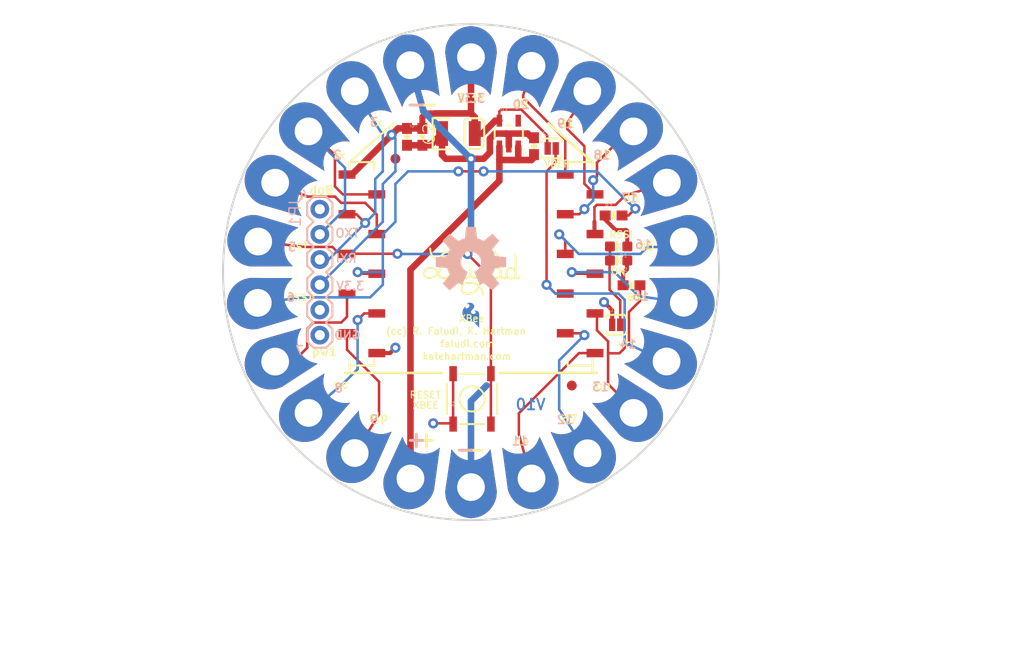
<source format=kicad_pcb>
(kicad_pcb (version 20211014) (generator pcbnew)
  (layers (0 "F.Cu" signal) (31 "B.Cu" signal) (34 "B.Paste" user) (35 "F.Paste" user) (36 "B.SilkS" user "B.Silkscreen") (37 "F.SilkS" user "F.Silkscreen") (38 "B.Mask" user) (39 "F.Mask" user) (44 "Edge.Cuts" user))
  (net 0 "")
  (net 1 "GND")
  (net 2 "VCC")
  (net 3 "N$2")
  (net 4 "N$1")
  (net 5 "N$3")
  (net 6 "3.3V")
  (net 7 "RX-I")
  (net 8 "TX-O")
  (net 9 "D12")
  (net 10 "RESET")
  (net 11 "D11")
  (net 12 "RES")
  (net 13 "DTR")
  (net 14 "D4")
  (net 15 "CTS")
  (net 16 "D5")
  (net 17 "RTS")
  (net 18 "D3")
  (net 19 "D2")
  (net 20 "D1")
  (net 21 "D0")
  (net 22 "RSSI")
  (net 23 "ON")
  (net 24 "VREF")
  (footprint "boardEagle:0603-CAP" (layer "F.Cu") (at 142.0495 91.3638 -90)
    (fp_text reference "C3")
    (fp_text value "1.0uF")
  )
  (footprint "boardEagle:PETAL-LONG-1-2SIDE" (layer "F.Cu") (at 127.0211 101.9136 -8.2)
    (fp_text reference "GND0" hide)
    (fp_text value "SEWTAP9" hide)
  )
  (footprint "boardEagle:0603-RES" (layer "F.Cu") (at 162.8775 99.2886)
    (fp_text reference "R2")
    (fp_text value "330")
  )
  (footprint "boardEagle:LED-0603" (layer "F.Cu") (at 163.3855 102.4128 90)
    (fp_text reference "D1")
    (fp_text value "Status")
  )
  (footprint "boardEagle:TACTILE_SWITCH_SMD" (layer "F.Cu") (at 148.6027 117.7798 90)
    (fp_text reference "S1")
    (fp_text value "")
  )
  (footprint "boardEagle:SJ_2S-NOTRACE" (layer "F.Cu") (at 156.6291 92.5322)
    (fp_text reference "SJ2")
    (fp_text value "")
  )
  (footprint "boardEagle:XBEE-SMD" (layer "F.Cu") (at 148.5011 115.1636)
    (fp_text reference "U1")
    (fp_text value "XBEE-1B3")
  )
  (footprint "boardEagle:LOGO-LILYPAD" (layer "F.Cu") (at 148.6281 104.6226)
    (fp_text reference "U$1" hide)
    (fp_text value "LOGO-LPLP" hide)
  )
  (footprint "boardEagle:PETAL-LONG-1-2SIDE" (layer "F.Cu") (at 164.9011 90.7936 -139.1)
    (fp_text reference "U$32" hide)
    (fp_text value "SEWTAP9" hide)
  )
  (footprint "boardEagle:PETAL-LONG-1-2SIDE" (layer "F.Cu") (at 136.7711 86.7436 -57.3)
    (fp_text reference "U$45" hide)
    (fp_text value "SEWTAP9" hide)
  )
  (footprint "boardEagle:PETAL-LONG-1-2SIDE" (layer "F.Cu") (at 132.1011 119.2136 40.9)
    (fp_text reference "U$41" hide)
    (fp_text value "SEWTAP9" hide)
  )
  (footprint "boardEagle:PETAL-LONG-1-2SIDE" (layer "F.Cu") (at 164.9011 119.2136 139.1)
    (fp_text reference "U$39" hide)
    (fp_text value "SEWTAP9" hide)
  )
  (footprint "boardEagle:PETAL-LONG-1-2SIDE" (layer "F.Cu") (at 154.6111 125.8336 106.3)
    (fp_text reference "U$37" hide)
    (fp_text value "SEWTAP9" hide)
  )
  (footprint "boardEagle:PETAL-LONG-1-2SIDE" (layer "F.Cu") (at 132.1011 90.7936 -40.9)
    (fp_text reference "U$44" hide)
    (fp_text value "SEWTAP9" hide)
  )
  (footprint "boardEagle:PETAL-LONG-1-2SIDE" (layer "F.Cu") (at 126.9811 108.1036 8.2)
    (fp_text reference "U$51" hide)
    (fp_text value "SEWTAP9" hide)
  )
  (footprint "boardEagle:PETAL-LONG-1-2SIDE" (layer "F.Cu") (at 148.5011 83.3036 -90)
    (fp_text reference "U$47" hide)
    (fp_text value "SEWTAP9" hide)
  )
  (footprint "boardEagle:PETAL-LONG-1-2SIDE" (layer "F.Cu") (at 168.2711 95.9636 -155.5)
    (fp_text reference "U$31" hide)
    (fp_text value "SEWTAP9" hide)
  )
  (footprint "boardEagle:0603-CAP" (layer "F.Cu") (at 154.8511 92.3036 90)
    (fp_text reference "C4")
    (fp_text value "1.0uF")
  )
  (footprint "boardEagle:0603-CAP" (layer "F.Cu") (at 143.5989 91.3638 -90)
    (fp_text reference "C1")
    (fp_text value "0.1uF")
  )
  (footprint "boardEagle:PETAL-LONG-1-2SIDE" (layer "F.Cu") (at 168.2411 114.0236 155.5)
    (fp_text reference "U$40" hide)
    (fp_text value "SEWTAP9" hide)
  )
  (footprint "boardEagle:LED-0603" (layer "F.Cu") (at 163.3855 103.8352 90)
    (fp_text reference "D2")
    (fp_text value "Status")
  )
  (footprint "boardEagle:PETAL-LONG-1-2SIDE" (layer "F.Cu") (at 169.9811 108.0936 171.8)
    (fp_text reference "U$4" hide)
    (fp_text value "SEWTAP9" hide)
  )
  (footprint "boardEagle:PETAL-LONG-1-2SIDE" (layer "F.Cu") (at 128.7311 95.9736 -24.5)
    (fp_text reference "U$43" hide)
    (fp_text value "SEWTAP9" hide)
  )
  (footprint "boardEagle:PETAL-LONG-1-2SIDE" (layer "F.Cu") (at 169.9811 101.9136 -171.8)
    (fp_text reference "U$30" hide)
    (fp_text value "SEWTAP9" hide)
  )
  (footprint "boardEagle:PETAL-LONG-1-2SIDE" (layer "F.Cu") (at 154.6111 84.1736 -106.3)
    (fp_text reference "U$34" hide)
    (fp_text value "SEWTAP9" hide)
  )
  (footprint "boardEagle:PETAL-LONG-1-2SIDE" (layer "F.Cu") (at 148.5011 126.7036 90)
    (fp_text reference "U$36" hide)
    (fp_text value "SEWTAP9" hide)
  )
  (footprint "boardEagle:PETAL-LONG-1-2SIDE" (layer "F.Cu") (at 160.2411 86.7436 -122.7)
    (fp_text reference "U$33" hide)
    (fp_text value "SEWTAP9" hide)
  )
  (footprint "boardEagle:PETAL-LONG-1-2SIDE" (layer "F.Cu") (at 160.2611 123.2836 122.7)
    (fp_text reference "U$38" hide)
    (fp_text value "SEWTAP9" hide)
  )
  (footprint "boardEagle:PETAL-LONG-1-2SIDE" (layer "F.Cu") (at 128.7311 114.0336 24.5)
    (fp_text reference "U$42" hide)
    (fp_text value "SEWTAP9" hide)
  )
  (footprint "boardEagle:PETAL-LONG-1-2SIDE" (layer "F.Cu") (at 136.7611 123.2636 57.3)
    (fp_text reference "U$48" hide)
    (fp_text value "SEWTAP9" hide)
  )
  (footprint "boardEagle:FIDUCIAL-1X2" (layer "F.Cu") (at 158.6611 116.4336)
    (fp_text reference "FID2" hide)
    (fp_text value "FIDUCIAL1X2" hide)
  )
  (footprint "boardEagle:0603-RES" (layer "F.Cu") (at 164.6809 106.3244)
    (fp_text reference "R1")
    (fp_text value "330")
  )
  (footprint "boardEagle:PETAL-LONG-1-2SIDE" (layer "F.Cu") (at 142.3911 125.8336 73.7)
    (fp_text reference "U$35" hide)
    (fp_text value "SEWTAP9" hide)
  )
  (footprint "boardEagle:SJ_2S-NOTRACE" (layer "F.Cu") (at 163.1315 110.3122)
    (fp_text reference "SJ1")
    (fp_text value "")
  )
  (footprint "boardEagle:EIA3528" (layer "F.Cu") (at 147.2311 91.0336)
    (fp_text reference "C2")
    (fp_text value "47uF")
  )
  (footprint "boardEagle:SOT23-5" (layer "F.Cu") (at 152.3111 91.0336)
    (fp_text reference "U2")
    (fp_text value "V_REG_LDOSMD")
  )
  (footprint "boardEagle:FIDUCIAL-1X2" (layer "F.Cu") (at 140.8811 93.5736)
    (fp_text reference "FID1" hide)
    (fp_text value "FIDUCIAL1X2" hide)
  )
  (footprint "boardEagle:PETAL-LONG-1-2SIDE" (layer "F.Cu") (at 142.3711 84.1136 -73.7)
    (fp_text reference "U$46" hide)
    (fp_text value "SEWTAP9" hide)
  )
  (footprint "boardEagle:CREATIVE_COMMONS" (layer "F.Cu") (at 121.341622 141.8336)
    (fp_text reference "FRAME1" hide)
    (fp_text value "FRAME-LETTER" hide)
  )
  (footprint "boardEagle:OSHW-LOGO-L" (layer "B.Cu") (at 148.5011 103.9876 180)
    (fp_text reference "U$2" hide)
    (fp_text value "" hide)
  )
  (footprint "boardEagle:SFE_LOGO_FLAME_COPPER_.1" (layer "B.Cu") (at 149.6441 110.9726 180)
    (fp_text reference "LOGO1" hide)
    (fp_text value "SFE_LOGO_FLAME.1COP" hide)
  )
  (footprint "boardEagle:1X06" (layer "B.Cu") (at 133.2611 98.6536 -90)
    (fp_text reference "JP1")
    (fp_text value "")
  )
  (gr_line (start 135.8011 115.1636) (end 145.5801 115.1636) (layer "F.SilkS") (width 0.254))
  (gr_line (start 161.2011 115.1636) (end 151.4221 115.1636) (layer "F.SilkS") (width 0.254))
  (gr_line (start 136.2511 114.4536) (end 136.2511 115.1536) (layer "F.SilkS") (width 0.2032))
  (gr_line (start 160.7511 93.9036) (end 156.3011 90.0036) (layer "F.SilkS") (width 0.254))
  (gr_line (start 160.7511 115.1536) (end 160.7511 114.4036) (layer "F.SilkS") (width 0.2032))
  (gr_line (start 136.2511 93.9036) (end 140.7011 90.0036) (layer "F.SilkS") (width 0.2032))
  (gr_circle (center 148.5011 105.0036) (end 173.5011 105.0036) (layer "Edge.Cuts") (width 0.2032) (fill none))
  (gr_text "V10" (at 156.1211 118.9736) (layer "B.Cu") (effects (font (size 1.0795 1.0795) (thickness 0.1905)) (justify left bottom mirror)))
  (gr_text "20" (at 154.4701 88.6206) (layer "B.SilkS") (effects (font (size 0.8636 0.8636) (thickness 0.1524)) (justify left bottom mirror)))
  (gr_text "11" (at 154.3431 122.5296) (layer "B.SilkS") (effects (font (size 0.8636 0.8636) (thickness 0.1524)) (justify left bottom mirror)))
  (gr_text "5" (at 130.9751 102.9716) (layer "B.SilkS") (effects (font (size 0.8636 0.8636) (thickness 0.1524)) (justify left bottom mirror)))
  (gr_text "19" (at 158.9151 90.5256) (layer "B.SilkS") (effects (font (size 0.8636 0.8636) (thickness 0.1524)) (justify left bottom mirror)))
  (gr_text "-" (at 144.1831 89.0016) (layer "B.SilkS") (effects (font (size 1.64084 1.64084) (thickness 0.28956)) (justify left bottom mirror)))
  (gr_text "2" (at 135.5471 93.7006) (layer "B.SilkS") (effects (font (size 0.8636 0.8636) (thickness 0.1524)) (justify left bottom mirror)))
  (gr_text "6" (at 130.8481 108.0516) (layer "B.SilkS") (effects (font (size 0.8636 0.8636) (thickness 0.1524)) (justify left bottom mirror)))
  (gr_text "13" (at 162.4711 117.0686) (layer "B.SilkS") (effects (font (size 0.8636 0.8636) (thickness 0.1524)) (justify left bottom mirror)))
  (gr_text "RXI" (at 137.0711 104.1146) (layer "B.SilkS") (effects (font (size 0.8636 0.8636) (thickness 0.1524)) (justify left bottom mirror)))
  (gr_text "8" (at 135.6741 117.1956) (layer "B.SilkS") (effects (font (size 0.8636 0.8636) (thickness 0.1524)) (justify left bottom mirror)))
  (gr_text "3" (at 139.2301 90.3986) (layer "B.SilkS") (effects (font (size 0.8636 0.8636) (thickness 0.1524)) (justify left bottom mirror)))
  (gr_text "9" (at 139.2301 120.3706) (layer "B.SilkS") (effects (font (size 0.8636 0.8636) (thickness 0.1524)) (justify left bottom mirror)))
  (gr_text "-" (at 149.1361 123.7996) (layer "B.SilkS") (effects (font (size 1.64084 1.64084) (thickness 0.28956)) (justify left bottom mirror)))
  (gr_text "16" (at 166.7891 102.7176) (layer "B.SilkS") (effects (font (size 0.8636 0.8636) (thickness 0.1524)) (justify left bottom mirror)))
  (gr_text "4" (at 132.1181 97.7646) (layer "B.SilkS") (effects (font (size 0.8636 0.8636) (thickness 0.1524)) (justify left bottom mirror)))
  (gr_text "TXO" (at 137.3251 101.5746) (layer "B.SilkS") (effects (font (size 0.8636 0.8636) (thickness 0.1524)) (justify left bottom mirror)))
  (gr_text "17" (at 165.3921 98.0186) (layer "B.SilkS") (effects (font (size 0.8636 0.8636) (thickness 0.1524)) (justify left bottom mirror)))
  (gr_text "3.3V" (at 150.0251 87.9856) (layer "B.SilkS") (effects (font (size 0.8636 0.8636) (thickness 0.1524)) (justify left bottom mirror)))
  (gr_text "18" (at 162.5981 93.7006) (layer "B.SilkS") (effects (font (size 0.8636 0.8636) (thickness 0.1524)) (justify left bottom mirror)))
  (gr_text "7" (at 131.7371 113.3856) (layer "B.SilkS") (effects (font (size 0.8636 0.8636) (thickness 0.1524)) (justify left bottom mirror)))
  (gr_text "+" (at 144.2011 122.8036) (layer "B.SilkS") (effects (font (size 1.64084 1.64084) (thickness 0.28956)) (justify left bottom mirror)))
  (gr_text "15" (at 166.5351 107.9246) (layer "B.SilkS") (effects (font (size 0.8636 0.8636) (thickness 0.1524)) (justify left bottom mirror)))
  (gr_text "14" (at 165.2651 112.7506) (layer "B.SilkS") (effects (font (size 0.8636 0.8636) (thickness 0.1524)) (justify left bottom mirror)))
  (gr_text "3.3V" (at 137.8331 106.9086) (layer "B.SilkS") (effects (font (size 0.8636 0.8636) (thickness 0.1524)) (justify left bottom mirror)))
  (gr_text "GND" (at 137.4521 111.8616) (layer "B.SilkS") (effects (font (size 0.8636 0.8636) (thickness 0.1524)) (justify left bottom mirror)))
  (gr_text "12" (at 158.9151 120.3706) (layer "B.SilkS") (effects (font (size 0.8636 0.8636) (thickness 0.1524)) (justify left bottom mirror)))
  (gr_text "d0" (at 152.5651 88.4936) (layer "F.SilkS") (effects (font (size 0.8636 0.8636) (thickness 0.1524)) (justify left bottom)))
  (gr_text "on" (at 160.9471 116.9416) (layer "F.SilkS") (effects (font (size 0.8636 0.8636) (thickness 0.1524)) (justify left bottom)))
  (gr_text "d2" (at 160.9471 93.7006) (layer "F.SilkS") (effects (font (size 0.8636 0.8636) (thickness 0.1524)) (justify left bottom)))
  (gr_text "XBee" (at 147.2311 110.0836) (layer "F.SilkS") (effects (font (size 0.69088 0.69088) (thickness 0.12192)) (justify left bottom)))
  (gr_text "katehartman.com" (at 143.5481 113.8936) (layer "F.SilkS") (effects (font (size 0.69088 0.69088) (thickness 0.12192)) (justify left bottom)))
  (gr_text "(cc) R. Faludi, K. Hartman" (at 139.8651 111.3536) (layer "F.SilkS") (effects (font (size 0.69088 0.69088) (thickness 0.12192)) (justify left bottom)))
  (gr_text "XBEE" (at 142.5575 118.8212) (layer "F.SilkS") (effects (font (size 0.69088 0.69088) (thickness 0.12192)) (justify left bottom)))
  (gr_text "vrf" (at 163.2331 112.7506) (layer "F.SilkS") (effects (font (size 0.8636 0.8636) (thickness 0.1524)) (justify left bottom)))
  (gr_text "r" (at 130.0861 102.8446) (layer "F.SilkS") (effects (font (size 0.8636 0.8636) (thickness 0.1524)) (justify left bottom)))
  (gr_text "asc" (at 164.1221 107.9246) (layer "F.SilkS") (effects (font (size 0.8636 0.8636) (thickness 0.1524)) (justify left bottom)))
  (gr_text "-" (at 147.7391 123.7996) (layer "F.SilkS") (effects (font (size 1.64084 1.64084) (thickness 0.28956)) (justify left bottom)))
  (gr_text "d7" (at 157.5181 120.3706) (layer "F.SilkS") (effects (font (size 0.8636 0.8636) (thickness 0.1524)) (justify left bottom)))
  (gr_text "i" (at 131.9911 107.9246) (layer "F.SilkS") (effects (font (size 0.8636 0.8636) (thickness 0.1524)) (justify left bottom)))
  (gr_text "RESET " (at 142.2527 117.7798) (layer "F.SilkS") (effects (font (size 0.69088 0.69088) (thickness 0.12192)) (justify left bottom)))
  (gr_text "t" (at 131.4831 102.8446) (layer "F.SilkS") (effects (font (size 0.8636 0.8636) (thickness 0.1524)) (justify left bottom)))
  (gr_text "3.3V" (at 146.9771 87.9856) (layer "F.SilkS") (effects (font (size 0.8636 0.8636) (thickness 0.1524)) (justify left bottom)))
  (gr_text "VREF" (at 158.4833 93.7006) (layer "F.SilkS") (effects (font (size 0.69088 0.69088) (thickness 0.12192)) (justify right top)))
  (gr_text "ON" (at 164.1475 104.5464) (layer "F.SilkS") (effects (font (size 0.69088 0.69088) (thickness 0.12192)) (justify right top)))
  (gr_text "s" (at 130.4671 107.9246) (layer "F.SilkS") (effects (font (size 0.8636 0.8636) (thickness 0.1524)) (justify left bottom)))
  (gr_text "faludi.com" (at 145.3261 112.6236) (layer "F.SilkS") (effects (font (size 0.69088 0.69088) (thickness 0.12192)) (justify left bottom)))
  (gr_text "-" (at 142.9131 89.0016) (layer "F.SilkS") (effects (font (size 1.64084 1.64084) (thickness 0.28956)) (justify left bottom)))
  (gr_text "do8" (at 132.1181 97.2566) (layer "F.SilkS") (effects (font (size 0.8636 0.8636) (thickness 0.1524)) (justify left bottom)))
  (gr_text "s" (at 130.7211 102.8446) (layer "F.SilkS") (effects (font (size 0.8636 0.8636) (thickness 0.1524)) (justify left bottom)))
  (gr_text "d1" (at 157.2641 90.5256) (layer "F.SilkS") (effects (font (size 0.8636 0.8636) (thickness 0.1524)) (justify left bottom)))
  (gr_text "slp" (at 138.0871 120.1166) (layer "F.SilkS") (effects (font (size 0.8636 0.8636) (thickness 0.1524)) (justify left bottom)))
  (gr_text "d6" (at 165.2905 102.87) (layer "F.SilkS") (effects (font (size 0.8636 0.8636) (thickness 0.1524)) (justify left bottom)))
  (gr_text "rx" (at 138.2141 90.3986) (layer "F.SilkS") (effects (font (size 0.8636 0.8636) (thickness 0.1524)) (justify left bottom)))
  (gr_text "s" (at 131.2291 107.9246) (layer "F.SilkS") (effects (font (size 0.8636 0.8636) (thickness 0.1524)) (justify left bottom)))
  (gr_text "+" (at 142.8011 122.8036) (layer "F.SilkS") (effects (font (size 1.64084 1.64084) (thickness 0.28956)) (justify left bottom)))
  (gr_text "pw1" (at 132.3721 113.5126) (layer "F.SilkS") (effects (font (size 0.8636 0.8636) (thickness 0.1524)) (justify left bottom)))
  (gr_text "d4" (at 152.6921 122.5296) (layer "F.SilkS") (effects (font (size 0.8636 0.8636) (thickness 0.1524)) (justify left bottom)))
  (gr_text "d3" (at 163.7411 98.0186) (layer "F.SilkS") (effects (font (size 0.8636 0.8636) (thickness 0.1524)) (justify left bottom)))
  (gr_text "tx" (at 134.5311 93.7006) (layer "F.SilkS") (effects (font (size 0.8636 0.8636) (thickness 0.1524)) (justify left bottom)))
  (gr_text "RSSI" (at 164.8841 100.8126) (layer "F.SilkS") (effects (font (size 0.69088 0.69088) (thickness 0.12192)) (justify right top)))
  (gr_text "nc" (at 134.5311 116.8146) (layer "F.SilkS") (effects (font (size 0.8636 0.8636) (thickness 0.1524)) (justify left bottom)))
  (gr_text "r" (at 129.8321 107.9246) (layer "F.SilkS") (effects (font (size 0.8636 0.8636) (thickness 0.1524)) (justify left bottom)))
  (segment (start 150.4061 92.9386) (end 150.4061 91.5416) (width 0.6604) (layer "F.Cu") (net 1))
  (segment (start 150.9141 91.0336) (end 152.0571 91.0336) (width 0.6604) (layer "F.Cu") (net 1))
  (segment (start 140.3411 113.1636) (end 140.8811 112.6236) (width 0.4064) (layer "F.Cu") (net 1))
  (segment (start 143.5989 92.2138) (end 144.4009 92.2138) (width 0.6604) (layer "F.Cu") (net 1))
  (segment (start 139.0011 113.1636) (end 140.3411 113.1636) (width 0.4064) (layer "F.Cu") (net 1))
  (segment (start 154.8511 91.6686) (end 154.8511 91.4536) (width 0.6604) (layer "F.Cu") (net 1))
  (segment (start 146.6215 120.2436) (end 146.6977 120.3198) (width 0.254) (layer "F.Cu") (net 1))
  (segment (start 145.5811 91.0336) (end 145.5801 91.0336) (width 0.6604) (layer "F.Cu") (net 1))
  (segment (start 162.7306 110.3122) (end 162.7306 108.8445) (width 0.4064) (layer "F.Cu") (net 1))
  (segment (start 144.6911 120.2436) (end 146.6215 120.2436) (width 0.254) (layer "F.Cu") (net 1))
  (segment (start 146.6977 115.2398) (end 146.6977 120.3198) (width 0.254) (layer "F.Cu") (net 1))
  (segment (start 145.5811 93.1936) (end 145.5811 91.0336) (width 0.6604) (layer "F.Cu") (net 1))
  (segment (start 154.2161 91.0336) (end 154.8511 91.6686) (width 0.6604) (layer "F.Cu") (net 1))
  (segment (start 144.4009 92.2138) (end 145.5811 91.0336) (width 0.6604) (layer "F.Cu") (net 1))
  (segment (start 145.9611 93.5736) (end 145.5811 93.1936) (width 0.6604) (layer "F.Cu") (net 1))
  (segment (start 152.0571 91.0336) (end 154.2161 91.0336) (width 0.6604) (layer "F.Cu") (net 1))
  (segment (start 148.5011 93.5736) (end 149.7711 93.5736) (width 0.6604) (layer "F.Cu") (net 1))
  (segment (start 152.0571 91.0336) (end 152.3111 91.2876) (width 0.6604) (layer "F.Cu") (net 1))
  (segment (start 142.0495 92.2138) (end 143.5989 92.2138) (width 0.6604) (layer "F.Cu") (net 1))
  (segment (start 152.3111 91.2876) (end 152.3111 92.3337) (width 0.6604) (layer "F.Cu") (net 1))
  (segment (start 162.7306 108.8445) (end 161.9123 108.0262) (width 0.4064) (layer "F.Cu") (net 1))
  (segment (start 150.4061 91.5416) (end 150.9141 91.0336) (width 0.6604) (layer "F.Cu") (net 1))
  (segment (start 148.5011 93.5736) (end 145.9611 93.5736) (width 0.6604) (layer "F.Cu") (net 1))
  (segment (start 149.7711 93.5736) (end 150.4061 92.9386) (width 0.6604) (layer "F.Cu") (net 1))
  (via (at 144.6911 120.2436) (size 1.016) (drill 0.508) (layers "F.Cu" "B.Cu") (net 1))
  (via (at 148.5011 93.5736) (size 1.016) (drill 0.508) (layers "F.Cu" "B.Cu") (net 1))
  (via (at 161.9123 108.0262) (size 1.016) (drill 0.508) (layers "F.Cu" "B.Cu") (net 1))
  (via (at 140.8811 112.6236) (size 1.016) (drill 0.508) (layers "F.Cu" "B.Cu") (net 1))
  (segment (start 148.5011 101.1936) (end 148.5011 93.5736) (width 0.6604) (layer "B.Cu") (net 1))
  (segment (start 148.5011 118.0036) (end 148.5011 126.6736) (width 0.6604) (layer "B.Cu") (net 1))
  (segment (start 150.0711 116.4336) (end 148.5011 118.0036) (width 0.6604) (layer "B.Cu") (net 1))
  (segment (start 143.6751 88.6206) (end 142.379522 84.142397) (width 0.6604) (layer "B.Cu") (net 1))
  (segment (start 143.6751 88.7476) (end 143.6751 88.6206) (width 0.6604) (layer "B.Cu") (net 1))
  (segment (start 148.5011 93.5736) (end 143.6751 88.7476) (width 0.6604) (layer "B.Cu") (net 1))
  (segment (start 142.399522 125.804803) (end 142.399522 104.755179) (width 0.6604) (layer "F.Cu") (net 2))
  (segment (start 151.3611 93.7006) (end 151.3611 92.3337) (width 0.6604) (layer "F.Cu") (net 2))
  (segment (start 151.3611 95.7936) (end 151.3611 93.7006) (width 0.6604) (layer "F.Cu") (net 2))
  (segment (start 151.3611 93.7006) (end 153.2611 93.7006) (width 0.6604) (layer "F.Cu") (net 2))
  (segment (start 153.2611 93.7006) (end 153.2611 92.3337) (width 0.6604) (layer "F.Cu") (net 2))
  (segment (start 153.2611 93.7006) (end 154.5971 93.7006) (width 0.6604) (layer "F.Cu") (net 2))
  (segment (start 154.5971 93.7006) (end 154.8511 93.4466) (width 0.6604) (layer "F.Cu") (net 2))
  (segment (start 154.8511 93.4466) (end 154.8511 93.1536) (width 0.6604) (layer "F.Cu") (net 2))
  (segment (start 142.399522 104.755179) (end 151.3611 95.7936) (width 0.6604) (layer "F.Cu") (net 2))
  (segment (start 164.2237 104.7242) (end 164.2237 103.874) (width 0.4064) (layer "F.Cu") (net 3))
  (segment (start 163.8309 106.3244) (end 163.8309 105.117) (width 0.4064) (layer "F.Cu") (net 3))
  (segment (start 164.2237 103.874) (end 164.2625 103.8352) (width 0.4064) (layer "F.Cu") (net 3))
  (segment (start 163.8309 105.117) (end 164.2237 104.7242) (width 0.4064) (layer "F.Cu") (net 3))
  (segment (start 163.0807 100.7618) (end 164.1475 100.7618) (width 0.4064) (layer "F.Cu") (net 4))
  (segment (start 162.0275 99.2886) (end 162.0275 99.7086) (width 0.4064) (layer "F.Cu") (net 4))
  (segment (start 162.0275 99.7086) (end 163.0807 100.7618) (width 0.4064) (layer "F.Cu") (net 4))
  (segment (start 164.1475 100.7618) (end 164.2491 100.8634) (width 0.4064) (layer "F.Cu") (net 4))
  (segment (start 164.2491 100.8634) (end 164.2491 102.3994) (width 0.4064) (layer "F.Cu") (net 4))
  (segment (start 164.2491 102.3994) (end 164.2625 102.4128) (width 0.4064) (layer "F.Cu") (net 4))
  (segment (start 163.5442 107.8547) (end 162.4711 106.7816) (width 0.254) (layer "F.Cu") (net 5))
  (segment (start 163.5442 110.3122) (end 163.5442 107.8547) (width 0.254) (layer "F.Cu") (net 5))
  (segment (start 162.5085 103.8352) (end 162.5085 102.4128) (width 0.254) (layer "F.Cu") (net 5))
  (segment (start 162.4711 103.8726) (end 162.5085 103.8352) (width 0.254) (layer "F.Cu") (net 5))
  (segment (start 162.4711 106.7816) (end 162.4711 103.8726) (width 0.254) (layer "F.Cu") (net 5))
  (segment (start 140.5001 91.1606) (end 141.1469 90.5138) (width 0.6604) (layer "F.Cu") (net 6))
  (segment (start 153.5811 88.6206) (end 156.1791 91.2186) (width 0.254) (layer "F.Cu") (net 6))
  (segment (start 148.8811 91.0336) (end 149.6441 91.0336) (width 0.6604) (layer "F.Cu") (net 6))
  (segment (start 143.9545 89.0016) (end 143.5989 89.3572) (width 0.6096) (layer "F.Cu") (net 6))
  (segment (start 149.6441 91.0336) (end 150.9442 89.7335) (width 0.6604) (layer "F.Cu") (net 6))
  (segment (start 136.0011 95.1636) (end 136.4971 95.1636) (width 0.6604) (layer "F.Cu") (net 6))
  (segment (start 148.5011 89.0016) (end 148.5011 83.3336) (width 0.6604) (layer "F.Cu") (net 6))
  (segment (start 144.8181 89.0016) (end 143.9545 89.0016) (width 0.6096) (layer "F.Cu") (net 6))
  (segment (start 156.1791 92.4831) (end 156.2282 92.5322) (width 0.254) (layer "F.Cu") (net 6))
  (segment (start 148.8811 91.0336) (end 148.7551 91.0336) (width 0.6604) (layer "F.Cu") (net 6))
  (segment (start 143.5989 89.3572) (end 143.5989 90.5138) (width 0.6096) (layer "F.Cu") (net 6))
  (segment (start 142.0495 90.5138) (end 143.5989 90.5138) (width 0.6604) (layer "F.Cu") (net 6))
  (segment (start 151.5491 88.6206) (end 153.5811 88.6206) (width 0.254) (layer "F.Cu") (net 6))
  (segment (start 156.1791 91.2186) (end 156.1791 92.4831) (width 0.254) (layer "F.Cu") (net 6))
  (segment (start 151.3611 89.7335) (end 151.3611 88.8086) (width 0.254) (layer "F.Cu") (net 6))
  (segment (start 144.8181 89.0016) (end 148.5011 89.0016) (width 0.6604) (layer "F.Cu") (net 6))
  (segment (start 148.8811 89.3816) (end 148.8811 91.0336) (width 0.6604) (layer "F.Cu") (net 6))
  (segment (start 151.3611 88.8086) (end 151.5491 88.6206) (width 0.254) (layer "F.Cu") (net 6))
  (segment (start 150.9442 89.7335) (end 151.3611 89.7335) (width 0.6604) (layer "F.Cu") (net 6))
  (segment (start 141.1469 90.5138) (end 142.0495 90.5138) (width 0.6604) (layer "F.Cu") (net 6))
  (segment (start 136.4971 95.1636) (end 140.5001 91.1606) (width 0.6604) (layer "F.Cu") (net 6))
  (segment (start 148.5011 89.0016) (end 148.8811 89.3816) (width 0.6604) (layer "F.Cu") (net 6))
  (via (at 140.5001 91.1606) (size 1.016) (drill 0.508) (layers "F.Cu" "B.Cu") (net 6))
  (segment (start 140.8811 94.8436) (end 140.8811 91.5416) (width 0.254) (layer "B.Cu") (net 6))
  (segment (start 139.6111 96.1136) (end 140.8811 94.8436) (width 0.254) (layer "B.Cu") (net 6))
  (segment (start 140.8811 91.5416) (end 140.5001 91.1606) (width 0.254) (layer "B.Cu") (net 6))
  (segment (start 139.6111 96.1136) (end 139.6111 99.9236) (width 0.254) (layer "B.Cu") (net 6))
  (segment (start 139.6111 99.9236) (end 133.2611 106.2736) (width 0.254) (layer "B.Cu") (net 6))
  (segment (start 136.0011 99.1636) (end 136.9461 99.1636) (width 0.254) (layer "F.Cu") (net 7))
  (segment (start 136.9461 99.1636) (end 137.8331 100.0506) (width 0.254) (layer "F.Cu") (net 7))
  (via (at 137.8331 100.0506) (size 1.016) (drill 0.508) (layers "F.Cu" "B.Cu") (net 7))
  (segment (start 139.6111 91.0336) (end 139.3571 90.7796) (width 0.254) (layer "B.Cu") (net 7))
  (segment (start 139.3571 90.7796) (end 136.78731 86.768847) (width 0.254) (layer "B.Cu") (net 7))
  (segment (start 134.1501 103.7336) (end 137.8331 100.0506) (width 0.254) (layer "B.Cu") (net 7))
  (segment (start 139.6111 94.8436) (end 139.6111 91.0336) (width 0.254) (layer "B.Cu") (net 7))
  (segment (start 138.8491 95.6056) (end 139.6111 94.8436) (width 0.254) (layer "B.Cu") (net 7))
  (segment (start 133.2611 103.7336) (end 134.1501 103.7336) (width 0.254) (layer "B.Cu") (net 7))
  (segment (start 138.8491 99.0346) (end 137.8331 100.0506) (width 0.254) (layer "B.Cu") (net 7))
  (segment (start 138.8491 95.6056) (end 138.8491 99.0346) (width 0.254) (layer "B.Cu") (net 7))
  (segment (start 134.7851 93.1926) (end 134.5311 92.9386) (width 0.254) (layer "F.Cu") (net 8))
  (segment (start 139.0011 97.1636) (end 135.5811 97.1636) (width 0.254) (layer "F.Cu") (net 8))
  (segment (start 134.7851 96.3676) (end 134.7851 93.1926) (width 0.254) (layer "F.Cu") (net 8))
  (segment (start 134.5311 92.9386) (end 132.123779 90.813244) (width 0.254) (layer "F.Cu") (net 8))
  (segment (start 135.5811 97.1636) (end 134.7851 96.3676) (width 0.254) (layer "F.Cu") (net 8))
  (segment (start 135.8011 98.6536) (end 133.2611 101.1936) (width 0.254) (layer "B.Cu") (net 8))
  (segment (start 135.8011 94.4906) (end 135.8011 98.6536) (width 0.254) (layer "B.Cu") (net 8))
  (segment (start 132.123779 90.813244) (end 135.8011 94.4906) (width 0.254) (layer "B.Cu") (net 8))
  (segment (start 135.4201 98.0186) (end 134.7851 97.3836) (width 0.254) (layer "F.Cu") (net 9))
  (segment (start 134.7851 97.3836) (end 131.9911 97.3836) (width 0.254) (layer "F.Cu") (net 9))
  (segment (start 139.0011 99.1866) (end 139.0011 101.1636) (width 0.254) (layer "F.Cu") (net 9))
  (segment (start 137.8331 98.0186) (end 135.4201 98.0186) (width 0.254) (layer "F.Cu") (net 9))
  (segment (start 139.0011 99.1866) (end 137.8331 98.0186) (width 0.254) (layer "F.Cu") (net 9))
  (segment (start 131.9911 97.3836) (end 128.7584 95.986044) (width 0.254) (layer "F.Cu") (net 9))
  (segment (start 141.0843 103.1494) (end 136.0153 103.1494) (width 0.254) (layer "F.Cu") (net 10))
  (segment (start 136.0011 103.1636) (end 135.2311 103.1636) (width 0.254) (layer "F.Cu") (net 10))
  (segment (start 135.2311 103.1636) (end 134.5311 102.4636) (width 0.254) (layer "F.Cu") (net 10))
  (segment (start 150.5077 105.537) (end 148.1455 103.1748) (width 0.254) (layer "F.Cu") (net 10))
  (segment (start 150.5077 115.2398) (end 150.5077 105.537) (width 0.254) (layer "F.Cu") (net 10))
  (segment (start 131.7371 102.4636) (end 127.050794 101.917882) (width 0.254) (layer "F.Cu") (net 10))
  (segment (start 136.0153 103.1494) (end 136.0011 103.1636) (width 0.254) (layer "F.Cu") (net 10))
  (segment (start 134.5311 102.4636) (end 131.7371 102.4636) (width 0.254) (layer "F.Cu") (net 10))
  (segment (start 150.5077 115.2398) (end 150.5077 120.3198) (width 0.254) (layer "F.Cu") (net 10))
  (via (at 141.0843 103.1494) (size 1.016) (drill 0.508) (layers "F.Cu" "B.Cu") (net 10))
  (via (at 148.1455 103.1748) (size 1.016) (drill 0.508) (layers "F.Cu" "B.Cu") (net 10))
  (segment (start 148.1455 103.1748) (end 141.1097 103.1748) (width 0.254) (layer "B.Cu") (net 10))
  (segment (start 141.1097 103.1748) (end 141.0843 103.1494) (width 0.254) (layer "B.Cu") (net 10))
  (segment (start 136.0011 109.5026) (end 135.4201 110.0836) (width 0.254) (layer "F.Cu") (net 11))
  (segment (start 131.9911 110.7186) (end 131.9911 112.6236) (width 0.254) (layer "F.Cu") (net 11))
  (segment (start 132.6261 110.0836) (end 131.9911 110.7186) (width 0.254) (layer "F.Cu") (net 11))
  (segment (start 136.0011 107.1636) (end 136.0011 109.5026) (width 0.254) (layer "F.Cu") (net 11))
  (segment (start 131.9911 112.6236) (end 130.5936 114.0211) (width 0.254) (layer "F.Cu") (net 11))
  (segment (start 130.5936 114.0211) (end 128.7584 114.021156) (width 0.254) (layer "F.Cu") (net 11))
  (segment (start 135.4201 110.0836) (end 132.6261 110.0836) (width 0.254) (layer "F.Cu") (net 11))
  (segment (start 139.0011 109.1636) (end 137.7371 109.1636) (width 0.254) (layer "F.Cu") (net 12))
  (segment (start 137.7371 109.1636) (end 137.0711 109.8296) (width 0.254) (layer "F.Cu") (net 12))
  (via (at 137.0711 109.8296) (size 1.016) (drill 0.508) (layers "F.Cu" "B.Cu") (net 12))
  (segment (start 135.6741 116.1796) (end 132.123779 119.193956) (width 0.254) (layer "B.Cu") (net 12))
  (segment (start 137.0711 109.8296) (end 137.0711 114.7826) (width 0.254) (layer "B.Cu") (net 12))
  (segment (start 137.0711 114.7826) (end 135.6741 116.1796) (width 0.254) (layer "B.Cu") (net 12))
  (segment (start 139.2301 119.3546) (end 136.77731 123.238353) (width 0.254) (layer "F.Cu") (net 13))
  (segment (start 136.0011 111.1636) (end 136.0011 112.8236) (width 0.254) (layer "F.Cu") (net 13))
  (segment (start 136.0011 112.8236) (end 139.2301 116.0526) (width 0.254) (layer "F.Cu") (net 13))
  (segment (start 139.2301 116.0526) (end 139.2301 119.3546) (width 0.254) (layer "F.Cu") (net 13))
  (segment (start 161.0011 113.1636) (end 159.3911 113.1636) (width 0.254) (layer "F.Cu") (net 14))
  (segment (start 153.3271 121.3866) (end 154.602678 125.804803) (width 0.254) (layer "F.Cu") (net 14))
  (segment (start 159.3911 113.1636) (end 153.3271 119.2276) (width 0.254) (layer "F.Cu") (net 14))
  (segment (start 153.3271 119.2276) (end 153.3271 121.3866) (width 0.254) (layer "F.Cu") (net 14))
  (segment (start 159.7411 111.1636) (end 158.0011 111.1636) (width 0.254) (layer "F.Cu") (net 15))
  (segment (start 159.9311 111.3536) (end 159.7411 111.1636) (width 0.254) (layer "F.Cu") (net 15))
  (via (at 159.9311 111.3536) (size 1.016) (drill 0.508) (layers "F.Cu" "B.Cu") (net 15))
  (segment (start 157.3911 113.8936) (end 159.9311 111.3536) (width 0.254) (layer "B.Cu") (net 15))
  (segment (start 157.3911 118.8466) (end 157.6451 119.2276) (width 0.254) (layer "B.Cu") (net 15))
  (segment (start 157.3911 113.8936) (end 157.3911 118.8466) (width 0.254) (layer "B.Cu") (net 15))
  (segment (start 157.6451 119.2276) (end 160.24489 123.258353) (width 0.254) (layer "B.Cu") (net 15))
  (segment (start 158.8211 105.1636) (end 158.6611 105.0036) (width 0.254) (layer "F.Cu") (net 16))
  (segment (start 161.0011 105.1636) (end 158.8211 105.1636) (width 0.254) (layer "F.Cu") (net 16))
  (via (at 158.6611 105.0036) (size 1.016) (drill 0.508) (layers "F.Cu" "B.Cu") (net 16))
  (segment (start 158.6611 105.0036) (end 162.9791 105.0036) (width 0.254) (layer "B.Cu") (net 16))
  (segment (start 162.9791 105.0036) (end 165.3921 107.4166) (width 0.254) (layer "B.Cu") (net 16))
  (segment (start 165.3921 107.4166) (end 169.951406 108.089318) (width 0.254) (layer "B.Cu") (net 16))
  (segment (start 158.0011 103.1636) (end 158.0011 101.8036) (width 0.254) (layer "F.Cu") (net 17))
  (segment (start 158.0011 101.8036) (end 157.3911 101.1936) (width 0.254) (layer "F.Cu") (net 17))
  (via (at 157.3911 101.1936) (size 1.016) (drill 0.508) (layers "F.Cu" "B.Cu") (net 17))
  (segment (start 157.3911 101.1936) (end 159.3611 103.1636) (width 0.254) (layer "B.Cu") (net 17))
  (segment (start 169.405687 102.4636) (end 169.951406 101.917882) (width 0.254) (layer "B.Cu") (net 17))
  (segment (start 166.2811 102.4636) (end 169.405687 102.4636) (width 0.254) (layer "B.Cu") (net 17))
  (segment (start 159.3611 103.1636) (end 165.5811 103.1636) (width 0.254) (layer "B.Cu") (net 17))
  (segment (start 165.5811 103.1636) (end 166.2811 102.4636) (width 0.254) (layer "B.Cu") (net 17))
  (segment (start 160.9471 101.1096) (end 161.0011 101.1636) (width 0.4064) (layer "F.Cu") (net 18))
  (segment (start 160.9471 99.9236) (end 160.9471 98.4504) (width 0.254) (layer "F.Cu") (net 18))
  (segment (start 163.0807 98.2218) (end 164.0205 97.282) (width 0.254) (layer "F.Cu") (net 18))
  (segment (start 161.1757 98.2218) (end 163.0807 98.2218) (width 0.254) (layer "F.Cu") (net 18))
  (segment (start 160.9471 98.4504) (end 161.1757 98.2218) (width 0.254) (layer "F.Cu") (net 18))
  (segment (start 160.9471 99.9236) (end 160.9471 101.1096) (width 0.4064) (layer "F.Cu") (net 18))
  (segment (start 164.0205 97.282) (end 168.2438 95.976044) (width 0.254) (layer "F.Cu") (net 18))
  (segment (start 160.8201 95.7326) (end 161.2011 95.3516) (width 0.254) (layer "F.Cu") (net 19))
  (segment (start 161.2011 95.3516) (end 161.2011 93.9546) (width 0.254) (layer "F.Cu") (net 19))
  (segment (start 158.0011 99.1636) (end 159.4211 99.1636) (width 0.254) (layer "F.Cu") (net 19))
  (segment (start 159.4211 99.1636) (end 159.9311 98.6536) (width 0.254) (layer "F.Cu") (net 19))
  (segment (start 164.878421 90.813244) (end 164.342456 90.813244) (width 0.254) (layer "F.Cu") (net 19))
  (segment (start 164.342456 90.813244) (end 161.2011 93.9546) (width 0.254) (layer "F.Cu") (net 19))
  (via (at 159.9311 98.6536) (size 1.016) (drill 0.508) (layers "F.Cu" "B.Cu") (net 19))
  (via (at 160.8201 95.7326) (size 1.016) (drill 0.508) (layers "F.Cu" "B.Cu") (net 19))
  (segment (start 160.8201 97.7646) (end 160.8201 95.7326) (width 0.254) (layer "B.Cu") (net 19))
  (segment (start 159.9311 98.6536) (end 160.8201 97.7646) (width 0.254) (layer "B.Cu") (net 19))
  (segment (start 159.9311 92.3036) (end 158.2036 90.5761) (width 0.254) (layer "F.Cu") (net 20))
  (segment (start 158.2036 90.5761) (end 158.2036 89.9693) (width 0.254) (layer "F.Cu") (net 20))
  (segment (start 159.9311 96.0936) (end 159.9311 92.3036) (width 0.254) (layer "F.Cu") (net 20))
  (segment (start 158.2036 89.9693) (end 160.22489 86.768847) (width 0.254) (layer "F.Cu") (net 20))
  (segment (start 161.0011 97.1636) (end 159.9311 96.0936) (width 0.254) (layer "F.Cu") (net 20))
  (segment (start 158.0011 91.6436) (end 153.7606 87.4031) (width 0.254) (layer "F.Cu") (net 21))
  (segment (start 153.7606 87.2027) (end 154.602678 84.202397) (width 0.254) (layer "F.Cu") (net 21))
  (segment (start 153.7606 87.4031) (end 153.7606 87.2027) (width 0.254) (layer "F.Cu") (net 21))
  (segment (start 158.0011 95.1636) (end 158.0011 91.6436) (width 0.254) (layer "F.Cu") (net 21))
  (segment (start 164.3761 99.2886) (end 165.0619 98.6028) (width 0.254) (layer "F.Cu") (net 22))
  (segment (start 147.2311 94.8436) (end 149.7711 94.8436) (width 0.254) (layer "F.Cu") (net 22))
  (segment (start 163.7275 99.2886) (end 164.3761 99.2886) (width 0.254) (layer "F.Cu") (net 22))
  (segment (start 137.0711 105.0036) (end 137.2311 105.1636) (width 0.254) (layer "F.Cu") (net 22))
  (segment (start 137.2311 105.1636) (end 139.0011 105.1636) (width 0.254) (layer "F.Cu") (net 22))
  (via (at 137.0711 105.0036) (size 1.016) (drill 0.508) (layers "F.Cu" "B.Cu") (net 22))
  (via (at 147.2311 94.8436) (size 1.016) (drill 0.508) (layers "F.Cu" "B.Cu") (net 22))
  (via (at 149.7711 94.8436) (size 1.016) (drill 0.508) (layers "F.Cu" "B.Cu") (net 22))
  (via (at 165.0619 98.6028) (size 1.016) (drill 0.508) (layers "F.Cu" "B.Cu") (net 22))
  (segment (start 161.2011 94.8436) (end 163.7411 97.3836) (width 0.254) (layer "B.Cu") (net 22))
  (segment (start 138.3411 107.5436) (end 131.7371 107.5436) (width 0.254) (layer "B.Cu") (net 22))
  (segment (start 131.7371 107.5436) (end 127.010794 108.099318) (width 0.254) (layer "B.Cu") (net 22))
  (segment (start 139.6111 105.0036) (end 139.6111 106.2736) (width 0.254) (layer "B.Cu") (net 22))
  (segment (start 140.8811 96.1136) (end 142.1511 94.8436) (width 0.254) (layer "B.Cu") (net 22))
  (segment (start 142.1511 94.8436) (end 147.2311 94.8436) (width 0.254) (layer "B.Cu") (net 22))
  (segment (start 163.7411 97.3836) (end 165.0619 98.6028) (width 0.254) (layer "B.Cu") (net 22))
  (segment (start 139.6111 101.1936) (end 139.6111 105.0036) (width 0.254) (layer "B.Cu") (net 22))
  (segment (start 140.8811 99.9236) (end 139.6111 101.1936) (width 0.254) (layer "B.Cu") (net 22))
  (segment (start 139.6111 106.2736) (end 138.3411 107.5436) (width 0.254) (layer "B.Cu") (net 22))
  (segment (start 149.7711 94.8436) (end 161.2011 94.8436) (width 0.254) (layer "B.Cu") (net 22))
  (segment (start 140.8811 96.1136) (end 140.8811 99.9236) (width 0.254) (layer "B.Cu") (net 22))
  (segment (start 139.6111 105.0036) (end 137.0711 105.0036) (width 0.254) (layer "B.Cu") (net 22))
  (segment (start 162.3187 113.1824) (end 162.3187 111.9886) (width 0.254) (layer "F.Cu") (net 23))
  (segment (start 165.5309 106.3244) (end 165.5309 107.9128) (width 0.254) (layer "F.Cu") (net 23))
  (segment (start 164.878421 119.193956) (end 164.878421 118.840921) (width 0.254) (layer "F.Cu") (net 23))
  (segment (start 165.5309 107.9128) (end 164.4269 109.0168) (width 0.254) (layer "F.Cu") (net 23))
  (segment (start 163.4617 113.1824) (end 162.3187 113.1824) (width 0.254) (layer "F.Cu") (net 23))
  (segment (start 162.3187 116.2812) (end 162.3187 113.1824) (width 0.254) (layer "F.Cu") (net 23))
  (segment (start 164.4269 112.2172) (end 163.4617 113.1824) (width 0.254) (layer "F.Cu") (net 23))
  (segment (start 164.4269 109.0168) (end 164.4269 112.2172) (width 0.254) (layer "F.Cu") (net 23))
  (segment (start 161.2011 110.871) (end 161.2011 109.3636) (width 0.254) (layer "F.Cu") (net 23))
  (segment (start 161.2011 109.3636) (end 161.0011 109.1636) (width 0.254) (layer "F.Cu") (net 23))
  (segment (start 162.3187 111.9886) (end 161.2011 110.871) (width 0.254) (layer "F.Cu") (net 23))
  (segment (start 164.878421 118.840921) (end 162.3187 116.2812) (width 0.254) (layer "F.Cu") (net 23))
  (segment (start 157.0291 92.5449) (end 157.0418 92.5322) (width 0.254) (layer "F.Cu") (net 24))
  (segment (start 158.0011 107.1636) (end 158.2811 107.1636) (width 0.4064) (layer "F.Cu") (net 24))
  (segment (start 157.0111 107.1636) (end 156.1211 106.2736) (width 0.254) (layer "F.Cu") (net 24))
  (segment (start 156.1211 94.8436) (end 157.0291 93.9356) (width 0.254) (layer "F.Cu") (net 24))
  (segment (start 156.1211 106.2736) (end 156.1211 94.8436) (width 0.254) (layer "F.Cu") (net 24))
  (segment (start 158.0011 107.1636) (end 157.0111 107.1636) (width 0.254) (layer "F.Cu") (net 24))
  (segment (start 157.0291 93.9356) (end 157.0291 92.5449) (width 0.254) (layer "F.Cu") (net 24))
  (via (at 156.1211 106.2736) (size 1.016) (drill 0.508) (layers "F.Cu" "B.Cu") (net 24))
  (segment (start 163.3611 107.1636) (end 163.9951 107.7976) (width 0.254) (layer "B.Cu") (net 24))
  (segment (start 156.1211 106.2736) (end 157.0111 107.1636) (width 0.254) (layer "B.Cu") (net 24))
  (segment (start 157.0111 107.1636) (end 163.3611 107.1636) (width 0.254) (layer "B.Cu") (net 24))
  (segment (start 163.9951 112.1156) (end 168.2138 114.011156) (width 0.254) (layer "B.Cu") (net 24))
  (segment (start 163.9951 107.7976) (end 163.9951 112.1156) (width 0.254) (layer "B.Cu") (net 24))
)
</source>
